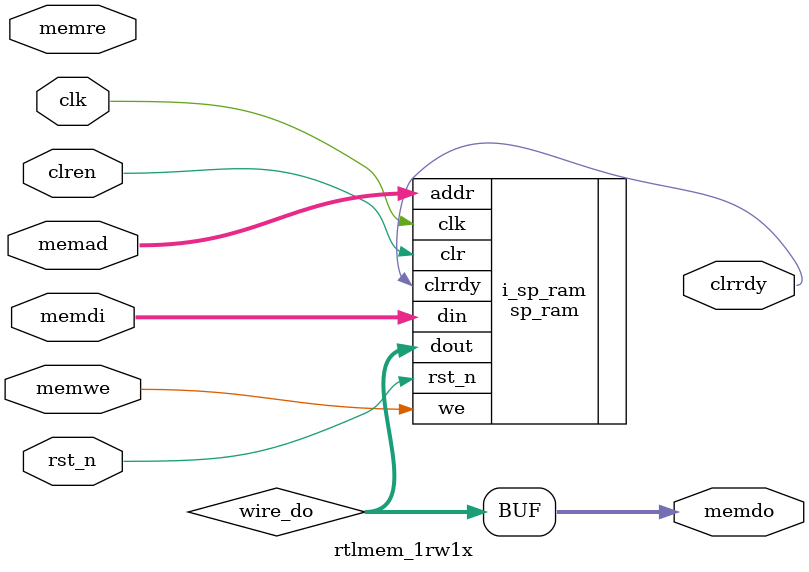
<source format=v>

module rtlmem_1rw1x
    (
     clk,
     rst_n,

     // Clear content RAM
     clren,
     clrrdy,

     // Memory interface
     memad,
     memwe,
     memdi,
     memre,
     memdo
     );

////////////////////////////////////////////////////////////////////////////////
// Parameter declarations
parameter G_TYPE        = "INFER";      // INFER(default), BLOCK, LUT
parameter G_ADDR        = 10;
parameter G_WIDTH       = 16;
parameter G_DEPTH       = 2**G_ADDR;
parameter G_RST_VAL     = {G_WIDTH{1'b0}};

// Xilinx's Attributes
parameter X_ALGORITHM   = 1;            // 0: fixed primitive, 1: Minimum area, 2: low power
parameter X_PRIM_TYPE   = 1;            // 0: 1x16k, 1: 2x8k, 2: 4x4k, 3: 9x2k, 4: 18x1k, 5: 36x512, 6: 72x512

// Altera's Attributes
parameter A_MAXDEPTH    = 0;            // 0 (auto), 128, 256, 512, 1024, 2048, 4096
parameter A_BRAM_TYPE   = "AUTO";       // AUTO, M512, M4K, M-RAM, MLAB, M9K, M144K, M10K, M20K, LC
// M512 blocks are not supported in true dual-port RAM mode
// MLAB blocks are not supported in simple dual-port RAM mode with mixed-width port feature, true dual-port RAM mode, and dual-port ROM mode
parameter A_INIT_FILE   = "UNUSED";

////////////////////////////////////////////////////////////////////////////////
// Port declarations
input                   clk;
input                   rst_n;

// Clear content RAM
input                   clren;
output                  clrrdy;

// Memory interface
input [G_ADDR-1:0]      memad;
input                   memwe;
input [G_WIDTH-1:0]     memdi;
input                   memre;
output [G_WIDTH-1:0]    memdo;

////////////////////////////////////////////////////////////////////////////////
// Local logic and instantiation
wire [G_WIDTH-1:0]      wire_do;

`ifdef RTL_MEM_SIM
reg                     memre1;
always @(posedge clk)
    begin
    if (!rst_n) memre1 <= 1'b0;
    else        memre1 <= memre;
    end

assign memdo = memre1 ? wire_do : {G_WIDTH{1'b0}};  // if not read, data is zero for easy debug
`else
assign memdo = wire_do;
`endif

sp_ram 
    #(
      .G_TYPE           (G_TYPE),
      .G_ADDR           (G_ADDR),
      .G_WIDTH          (G_WIDTH),
      .G_DEPTH          (G_DEPTH),
      .G_PIPELINE       (1),
      .G_RST_VAL        (G_RST_VAL),
      
      .X_ALGORITHM      (X_ALGORITHM),
      .X_PRIM_TYPE      (X_PRIM_TYPE),
      .X_WR_MODE        ("WRITE_FIRST"),
      
      .A_WR_MODE        ("DONT_CARE "),
      .A_MAXDEPTH       (A_MAXDEPTH),
      .A_BRAM_TYPE      (A_BRAM_TYPE),
      .A_INIT_FILE      (A_INIT_FILE)
      )
i_sp_ram
    (
     .clk               (clk),
     .rst_n             (rst_n),
     .clr               (clren),
     .clrrdy            (clrrdy),
     .we                (memwe),
     .addr              (memad),
     .din               (memdi),
     .dout              (wire_do)
     );

endmodule 

</source>
